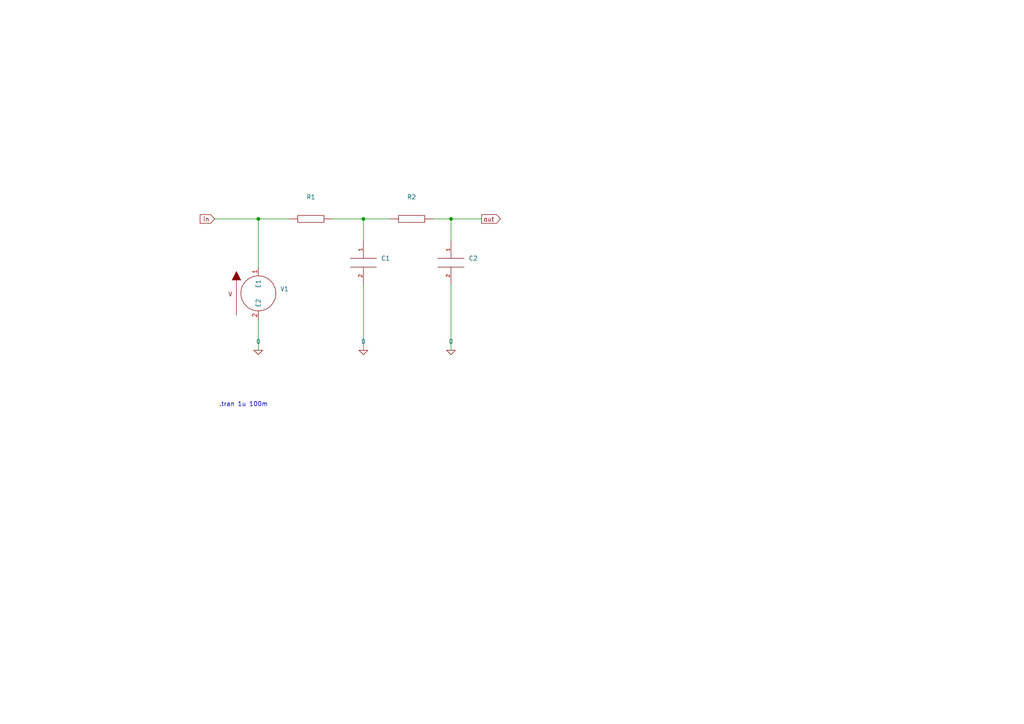
<source format=kicad_sch>
(kicad_sch (version 20211123) (generator eeschema)
  (paper "A4")
  (lib_symbols
    (symbol "pspice:0" (power) (pin_names (offset 0))
      (property "Value" "0" (at 0 -1.778 0))
      (symbol "0_0_1"
        (polyline (pts (xy -1.27 0) (xy 0 -1.27) (xy 1.27 0) (xy -1.27 0)))
      )
      (symbol "0_1_1"
        (pin power_in line (at 0 0 0) (length 0) hide (name "0") (number "1"))
      )
    )
    (symbol "pspice:C" (pin_names (offset 0.254))
      (property "Reference" "C" (at 2.54 3.81 90))
      (property "Value" "C" (at 2.54 -3.81 90))
      (symbol "C_0_1"
        (polyline (pts (xy -3.81 -1.27) (xy 3.81 -1.27)))
        (polyline (pts (xy -3.81 1.27) (xy 3.81 1.27)))
      )
      (symbol "C_1_1"
        (pin passive line (at 0 6.35 270) (length 5.08) (name "~") (number "1"))
        (pin passive line (at 0 -6.35 90) (length 5.08) (name "~") (number "2"))
      )
    )
    (symbol "pspice:R" (pin_numbers hide) (pin_names (offset 0))
      (property "Reference" "R" (at 2.032 0 90))
      (property "Value" "R" (at 0 0 90))
      (symbol "R_0_1"
        (rectangle (start -1.016 3.81) (end 1.016 -3.81))
      )
      (symbol "R_1_1"
        (pin passive line (at 0 6.35 270) (length 2.54) (name "~") (number "1"))
        (pin passive line (at 0 -6.35 90) (length 2.54) (name "~") (number "2"))
      )
    )
    (symbol "pspice:VSOURCE" (pin_names (offset 1.016))
      (property "Reference" "V" (at -6.35 7.62 0))
      (property "Value" "VSOURCE" (at 0 0 0))
      (symbol "VSOURCE_0_1"
        (polyline (pts (xy -6.35 -6.35) (xy -6.35 3.81)) (fill (type outline)))
        (polyline (pts (xy -7.62 3.81) (xy -6.35 6.35) (xy -5.08 3.81)) (fill (type outline)))
        (circle (center 0 0) (radius 5.08))
        (text "V" (at -8.128 -0.254 0) (effects (font (size 1.27 1.27))))
      )
      (symbol "VSOURCE_1_1"
        (pin input line (at 0 7.62 270) (length 2.54) (name "E1") (number "1"))
        (pin input line (at 0 -7.62 90) (length 2.54) (name "E2") (number "2"))
      )
    )
  )
  (junction (at 105.41 63.5))
  (junction (at 74.93 63.5))
  (junction (at 130.81 63.5))
  (wire (pts (xy 105.41 63.5) (xy 113.03 63.5)))
  (wire (pts (xy 96.52 63.5) (xy 105.41 63.5)))
  (wire (pts (xy 130.81 82.55) (xy 130.81 101.6)))
  (wire (pts (xy 130.81 63.5) (xy 130.81 69.85)))
  (wire (pts (xy 74.93 63.5) (xy 83.82 63.5)))
  (wire (pts (xy 62.23 63.5) (xy 74.93 63.5)))
  (wire (pts (xy 105.41 63.5) (xy 105.41 69.85)))
  (wire (pts (xy 130.81 63.5) (xy 139.7 63.5)))
  (wire (pts (xy 74.93 92.71) (xy 74.93 101.6)))
  (wire (pts (xy 74.93 63.5) (xy 74.93 77.47)))
  (wire (pts (xy 125.73 63.5) (xy 130.81 63.5)))
  (wire (pts (xy 105.41 82.55) (xy 105.41 101.6)))
  (text ".tran 1u 100m\n" (at 63.5 118.11 0) (effects (font (size 1.27 1.27)) (justify left bottom)))
  (global_label "in" (shape input) (at 62.23 63.5 180) (property "Odnośniki między arkuszami" "${INTERSHEET_REFS}" (effects hide)))
  (global_label "out" (shape output) (at 139.7 63.5 0) (property "Odnośniki między arkuszami" "${INTERSHEET_REFS}" (effects hide)))
  (symbol (lib_id "pspice:R") (at 90.17 63.5 90) (unit 1)
    (property "Reference" "R1" (at 90.17 57.15 90))
  )
  (symbol (lib_id "pspice:VSOURCE") (at 74.93 85.09 0) (unit 1)
    (property "Reference" "V1" (at 81.28 83.8199 0) (effects (justify left)))
  )
  (symbol (lib_id "pspice:R") (at 119.38 63.5 90) (unit 1)
    (property "Reference" "R2" (at 119.38 57.15 90))
  )
  (symbol (lib_id "pspice:C") (at 105.41 76.2 0) (unit 1)
    (property "Reference" "C1" (at 110.49 74.9299 0) (effects (justify left)))
  )
  (symbol (lib_id "pspice:0") (at 74.93 101.6 0) (unit 1)
    (property "Reference" "#GND0103" (effects hide))
  )
  (symbol (lib_id "pspice:0") (at 130.81 101.6 0) (unit 1)
    (property "Reference" "#GND0102" (effects hide))
    (property "Value" "~" (at 130.81 99.06 0))
  )
  (symbol (lib_id "pspice:C") (at 130.81 76.2 0) (unit 1)
    (property "Reference" "C2" (at 135.89 74.9299 0) (effects (justify left)))
  )
  (symbol (lib_id "pspice:0") (at 105.41 101.6 0) (unit 1)
    (property "Reference" "#GND0101" (effects hide))
    (property "Value" "~" (at 105.41 99.06 0))
  )
)
</source>
